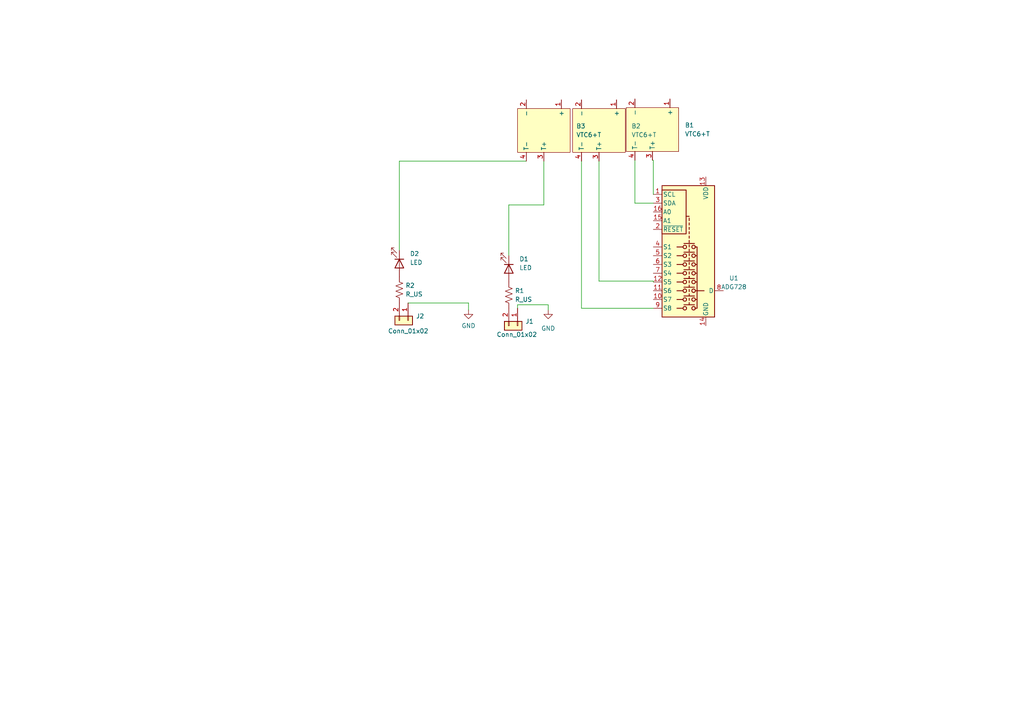
<source format=kicad_sch>
(kicad_sch (version 20230121) (generator eeschema)
  (paper "A4")
  (lib_symbols
    (symbol "AERO:VTC6+T"
      (property "Reference" "B" (at -2.54 0 0))
      (property "Value" "VTC6+T" (at -2.54 2.54 0))
      (symbol "VTC6+T_0_1"
        (rectangle (start -10.16 7.62) (end 5.08 -5.08) (stroke (width 0.1524)) (fill (type background)))
      )
      (symbol "VTC6+T_1_1"
        (pin power_in line (at 2.54 10.16 270) (length 2.54) (name "+") (number "1"))
        (pin power_out line (at -7.62 10.16 270) (length 2.54) (name "-") (number "2"))
        (pin input line (at -2.54 -7.62 90) (length 2.54) (name "T+") (number "3"))
        (pin output line (at -7.62 -7.62 90) (length 2.54) (name "T-") (number "4"))
      )
    )
    (symbol "Analog_Switch:ADG728" (pin_names (offset 0.254))
      (property "Reference" "U" (at -7.62 23.495 0))
      (property "Value" "ADG728" (at -7.62 21.59 0))
      (symbol "ADG728_0_1"
        (rectangle (start -7.62 6.35) (end -0.635 19.05) (stroke (width 0.254)))
        (rectangle (start -7.62 20.32) (end 7.62 -17.78) (stroke (width 0.254)) (fill (type background)))
        (circle (center -1.016 -15.24) (radius 0.508) (stroke (width 0.254)))
        (circle (center -1.016 -12.7) (radius 0.508) (stroke (width 0.254)))
        (circle (center -1.016 -10.16) (radius 0.508) (stroke (width 0.254)))
        (circle (center -1.016 -7.62) (radius 0.508) (stroke (width 0.254)))
        (circle (center -1.016 -5.08) (radius 0.508) (stroke (width 0.254)))
        (circle (center -1.016 -2.54) (radius 0.508) (stroke (width 0.254)))
        (circle (center -1.016 0) (radius 0.508) (stroke (width 0.254)))
        (circle (center -1.016 2.54) (radius 0.508) (stroke (width 0.254)))
        (polyline (pts (xy -1.524 -15.24) (xy -3.302 -15.24)) (stroke (width 0.254)))
        (polyline (pts (xy -1.524 -12.7) (xy -3.302 -12.7)) (stroke (width 0.254)))
        (polyline (pts (xy -1.524 -10.16) (xy -3.302 -10.16)) (stroke (width 0.254)))
        (polyline (pts (xy -1.524 -7.62) (xy -3.302 -7.62)) (stroke (width 0.254)))
        (polyline (pts (xy -1.524 -5.08) (xy -3.302 -5.08)) (stroke (width 0.254)))
        (polyline (pts (xy -1.524 -2.54) (xy -3.302 -2.54)) (stroke (width 0.254)))
        (polyline (pts (xy -1.524 0) (xy -3.302 0)) (stroke (width 0.254)))
        (polyline (pts (xy -1.524 2.54) (xy -3.302 2.54)) (stroke (width 0.254)))
        (polyline (pts (xy -1.27 -14.224) (xy 1.778 -14.224)) (stroke (width 0.254)))
        (polyline (pts (xy -1.27 -11.684) (xy 1.778 -11.684)) (stroke (width 0.254)))
        (polyline (pts (xy -1.27 -9.144) (xy 1.778 -9.144)) (stroke (width 0.254)))
        (polyline (pts (xy -1.27 -6.604) (xy 1.778 -6.604)) (stroke (width 0.254)))
        (polyline (pts (xy -1.27 -4.064) (xy 1.778 -4.064)) (stroke (width 0.254)))
        (polyline (pts (xy -1.27 -1.524) (xy 1.778 -1.524)) (stroke (width 0.254)))
        (polyline (pts (xy -1.27 1.016) (xy 1.778 1.016)) (stroke (width 0.254)))
        (polyline (pts (xy -1.27 3.556) (xy 1.778 3.556)) (stroke (width 0.254)))
        (polyline (pts (xy -0.635 11.43) (xy 0 11.43)) (stroke (width 0.254)))
        (polyline (pts (xy 0.254 -14.224) (xy 0.254 -13.589)) (stroke (width 0.254)))
        (polyline (pts (xy 0.254 -12.954) (xy 0.254 -12.319)) (stroke (width 0.254)))
        (polyline (pts (xy 0.254 -11.684) (xy 0.254 -11.049)) (stroke (width 0.254)))
        (polyline (pts (xy 0.254 -10.414) (xy 0.254 -9.779)) (stroke (width 0.254)))
        (polyline (pts (xy 0.254 -9.144) (xy 0.254 -8.509)) (stroke (width 0.254)))
        (polyline (pts (xy 0.254 -7.874) (xy 0.254 -7.239)) (stroke (width 0.254)))
        (polyline (pts (xy 0.254 -6.604) (xy 0.254 -5.969)) (stroke (width 0.254)))
        (polyline (pts (xy 0.254 -6.604) (xy 0.254 -5.969)) (stroke (width 0.254)))
        (polyline (pts (xy 0.254 -5.334) (xy 0.254 -4.699)) (stroke (width 0.254)))
        (polyline (pts (xy 0.254 -3.81) (xy 0.254 -3.175)) (stroke (width 0.254)))
        (polyline (pts (xy 0.254 -2.54) (xy 0.254 -1.905)) (stroke (width 0.254)))
        (polyline (pts (xy 0.254 -1.27) (xy 0.254 -0.635)) (stroke (width 0.254)))
        (polyline (pts (xy 0.254 0) (xy 0.254 0.635)) (stroke (width 0.254)))
        (polyline (pts (xy 0.254 1.27) (xy 0.254 1.905)) (stroke (width 0.254)))
        (polyline (pts (xy 0.254 2.54) (xy 0.254 3.175)) (stroke (width 0.254)))
        (polyline (pts (xy 0.254 3.81) (xy 0.254 4.445)) (stroke (width 0.254)))
        (polyline (pts (xy 0.254 5.08) (xy 0.254 5.715)) (stroke (width 0.254)))
        (polyline (pts (xy 0.254 6.35) (xy 0.254 6.985)) (stroke (width 0.254)))
        (polyline (pts (xy 0.254 7.62) (xy 0.254 8.255)) (stroke (width 0.254)))
        (polyline (pts (xy 0.254 8.89) (xy 0.254 9.525)) (stroke (width 0.254)))
        (polyline (pts (xy 0.254 10.16) (xy 0.254 10.922)) (stroke (width 0.254)))
        (polyline (pts (xy 0.254 11.43) (xy 0 11.43)) (stroke (width 0.254)))
        (polyline (pts (xy 2.032 -12.7) (xy 2.54 -12.7)) (stroke (width 0.254)))
        (polyline (pts (xy 2.032 -10.16) (xy 2.54 -10.16)) (stroke (width 0.254)))
        (polyline (pts (xy 2.032 -7.62) (xy 2.54 -7.62)) (stroke (width 0.254)))
        (polyline (pts (xy 2.032 -5.08) (xy 2.54 -5.08)) (stroke (width 0.254)))
        (polyline (pts (xy 2.032 -2.54) (xy 2.54 -2.54)) (stroke (width 0.254)))
        (polyline (pts (xy 2.032 0) (xy 2.54 0)) (stroke (width 0.254)))
        (polyline (pts (xy 4.572 -10.16) (xy 2.54 -10.16)) (stroke (width 0.254)))
        (polyline (pts (xy 1.905 2.54) (xy 2.54 2.54) (xy 2.54 -15.24) (xy 1.905 -15.24)) (stroke (width 0.254)))
        (circle (center 1.524 -15.24) (radius 0.508) (stroke (width 0.254)))
        (circle (center 1.524 -12.7) (radius 0.508) (stroke (width 0.254)))
        (circle (center 1.524 -10.16) (radius 0.508) (stroke (width 0.254)))
        (circle (center 1.524 -7.62) (radius 0.508) (stroke (width 0.254)))
        (circle (center 1.524 -5.08) (radius 0.508) (stroke (width 0.254)))
        (circle (center 1.524 -2.54) (radius 0.508) (stroke (width 0.254)))
        (circle (center 1.524 0) (radius 0.508) (stroke (width 0.254)))
        (circle (center 1.524 2.54) (radius 0.508) (stroke (width 0.254)))
      )
      (symbol "ADG728_1_1"
        (pin input line (at -10.16 17.78 0) (length 2.54) (name "SCL") (number "1"))
        (pin bidirectional line (at -10.16 -12.7 0) (length 2.54) (name "S7") (number "10"))
        (pin bidirectional line (at -10.16 -10.16 0) (length 2.54) (name "S6") (number "11"))
        (pin bidirectional line (at -10.16 -7.62 0) (length 2.54) (name "S5") (number "12"))
        (pin power_in line (at 5.08 22.86 270) (length 2.54) (name "VDD") (number "13"))
        (pin power_in line (at 5.08 -20.32 90) (length 2.54) (name "GND") (number "14"))
        (pin input line (at -10.16 10.16 0) (length 2.54) (name "A1") (number "15"))
        (pin input line (at -10.16 12.7 0) (length 2.54) (name "A0") (number "16"))
        (pin input line (at -10.16 7.62 0) (length 2.54) (name "~{RESET}") (number "2"))
        (pin bidirectional line (at -10.16 15.24 0) (length 2.54) (name "SDA") (number "3"))
        (pin bidirectional line (at -10.16 2.54 0) (length 2.54) (name "S1") (number "4"))
        (pin bidirectional line (at -10.16 0 0) (length 2.54) (name "S2") (number "5"))
        (pin bidirectional line (at -10.16 -2.54 0) (length 2.54) (name "S3") (number "6"))
        (pin bidirectional line (at -10.16 -5.08 0) (length 2.54) (name "S4") (number "7"))
        (pin bidirectional line (at 10.16 -10.16 180) (length 2.54) (name "D") (number "8"))
        (pin bidirectional line (at -10.16 -15.24 0) (length 2.54) (name "S8") (number "9"))
      )
    )
    (symbol "Connector_Generic:Conn_01x02" (pin_names (offset 1.016) hide)
      (property "Reference" "J" (at 0 2.54 0))
      (property "Value" "Conn_01x02" (at 0 -5.08 0))
      (symbol "Conn_01x02_1_1"
        (rectangle (start -1.27 -2.413) (end 0 -2.667) (stroke (width 0.1524)))
        (rectangle (start -1.27 0.127) (end 0 -0.127) (stroke (width 0.1524)))
        (rectangle (start -1.27 1.27) (end 1.27 -3.81) (stroke (width 0.254)) (fill (type background)))
        (pin passive line (at -5.08 0 0) (length 3.81) (name "Pin_1") (number "1"))
        (pin passive line (at -5.08 -2.54 0) (length 3.81) (name "Pin_2") (number "2"))
      )
    )
    (symbol "Device:LED" (pin_numbers hide) (pin_names (offset 1.016) hide)
      (property "Reference" "D" (at 0 2.54 0))
      (property "Value" "LED" (at 0 -2.54 0))
      (symbol "LED_0_1"
        (polyline (pts (xy -1.27 -1.27) (xy -1.27 1.27)) (stroke (width 0.254)))
        (polyline (pts (xy -1.27 0) (xy 1.27 0)))
        (polyline (pts (xy 1.27 -1.27) (xy 1.27 1.27) (xy -1.27 0) (xy 1.27 -1.27)) (stroke (width 0.254)))
        (polyline (pts (xy -3.048 -0.762) (xy -4.572 -2.286) (xy -3.81 -2.286) (xy -4.572 -2.286) (xy -4.572 -1.524)))
        (polyline (pts (xy -1.778 -0.762) (xy -3.302 -2.286) (xy -2.54 -2.286) (xy -3.302 -2.286) (xy -3.302 -1.524)))
      )
      (symbol "LED_1_1"
        (pin passive line (at -3.81 0 0) (length 2.54) (name "K") (number "1"))
        (pin passive line (at 3.81 0 180) (length 2.54) (name "A") (number "2"))
      )
    )
    (symbol "Device:R_US" (pin_numbers hide) (pin_names (offset 0))
      (property "Reference" "R" (at 2.54 0 90))
      (property "Value" "R_US" (at -2.54 0 90))
      (symbol "R_US_0_1"
        (polyline (pts (xy 0 -2.286) (xy 0 -2.54)))
        (polyline (pts (xy 0 2.286) (xy 0 2.54)))
        (polyline (pts (xy 0 -0.762) (xy 1.016 -1.143) (xy 0 -1.524) (xy -1.016 -1.905) (xy 0 -2.286)))
        (polyline (pts (xy 0 0.762) (xy 1.016 0.381) (xy 0 0) (xy -1.016 -0.381) (xy 0 -0.762)))
        (polyline (pts (xy 0 2.286) (xy 1.016 1.905) (xy 0 1.524) (xy -1.016 1.143) (xy 0 0.762)))
      )
      (symbol "R_US_1_1"
        (pin passive line (at 0 3.81 270) (length 1.27) (name "~") (number "1"))
        (pin passive line (at 0 -3.81 90) (length 1.27) (name "~") (number "2"))
      )
    )
    (symbol "power:GND" (power) (pin_names (offset 0))
      (property "Value" "GND" (at 0 -3.81 0))
      (symbol "GND_0_1"
        (polyline (pts (xy 0 0) (xy 0 -1.27) (xy 1.27 -1.27) (xy 0 -2.54) (xy -1.27 -1.27) (xy 0 -1.27)))
      )
      (symbol "GND_1_1"
        (pin power_in line (at 0 0 270) (length 0) hide (name "GND") (number "1"))
      )
    )
  )
  (wire (pts (xy 147.574 59.436) (xy 157.734 59.436)))
  (wire (pts (xy 173.736 46.736) (xy 173.736 81.534)))
  (wire (pts (xy 184.15 46.482) (xy 184.15 58.928)))
  (wire (pts (xy 118.364 87.884) (xy 135.89 87.884)))
  (wire (pts (xy 159.004 88.392) (xy 150.114 88.392)))
  (wire (pts (xy 189.484 56.388) (xy 189.484 46.482)))
  (wire (pts (xy 135.89 87.884) (xy 135.89 89.916)))
  (wire (pts (xy 173.736 81.534) (xy 189.484 81.534)))
  (wire (pts (xy 157.734 59.436) (xy 157.734 46.736)))
  (wire (pts (xy 189.484 46.482) (xy 189.23 46.482)))
  (wire (pts (xy 168.656 89.408) (xy 189.484 89.408)))
  (wire (pts (xy 115.824 72.644) (xy 115.824 46.736)))
  (wire (pts (xy 150.114 88.392) (xy 150.114 89.408)))
  (wire (pts (xy 159.004 89.916) (xy 159.004 88.392)))
  (wire (pts (xy 115.824 46.736) (xy 152.654 46.736)))
  (wire (pts (xy 184.15 58.928) (xy 189.484 58.928)))
  (wire (pts (xy 168.656 46.736) (xy 168.656 89.408)))
  (wire (pts (xy 147.574 74.168) (xy 147.574 59.436)))
  (wire (pts (xy 189.484 81.534) (xy 189.484 81.788)))
  (symbol (lib_id "Device:R_US") (at 147.574 85.598 0) (unit 1)
    (property "Reference" "R1" (at 149.352 84.328 0) (effects (justify left)))
    (property "Value" "R_US" (at 149.352 86.868 0) (effects (justify left)))
    (property "Footprint" "Resistor_SMD:R_0603_1608Metric_Pad0.98x0.95mm_HandSolder" (effects hide))
  )
  (symbol (lib_id "power:GND") (at 135.89 89.916 0) (unit 1)
    (property "Reference" "#PWR01" (effects hide))
    (property "Value" "GND" (at 135.89 94.488 0))
  )
  (symbol (lib_id "Analog_Switch:ADG728") (at 199.644 74.168 0) (unit 1)
    (property "Reference" "U1" (at 212.852 80.6801 0))
    (property "Value" "ADG728" (at 212.852 83.2201 0))
    (property "Footprint" "Package_SO:TSSOP-16_4.4x5mm_P0.65mm" (effects hide))
    (property "Datasheet" "https://www.analog.com/media/en/technical-documentation/data-sheets/ADG728_729.pdf" (effects hide))
  )
  (symbol (lib_id "Device:R_US") (at 115.824 84.074 0) (unit 1)
    (property "Reference" "R2" (at 117.602 82.804 0) (effects (justify left)))
    (property "Value" "R_US" (at 117.602 85.344 0) (effects (justify left)))
    (property "Footprint" "Resistor_SMD:R_0603_1608Metric_Pad0.98x0.95mm_HandSolder" (effects hide))
  )
  (symbol (lib_id "Connector_Generic:Conn_01x02") (at 150.114 94.488 270) (unit 1)
    (property "Reference" "J1" (at 152.4 93.218 90) (effects (justify left)))
    (property "Value" "Conn_01x02" (at 144.018 97.028 90) (effects (justify left)))
    (property "Footprint" "Connector_JST:JST_XH_B2B-XH-AM_1x02_P2.50mm_Vertical" (effects hide))
  )
  (symbol (lib_id "Connector_Generic:Conn_01x02") (at 118.364 92.964 270) (unit 1)
    (property "Reference" "J2" (at 120.65 91.694 90) (effects (justify left)))
    (property "Value" "Conn_01x02" (at 112.522 96.012 90) (effects (justify left)))
    (property "Footprint" "Connector_JST:JST_XH_S2B-XH-A-1_1x02_P2.50mm_Horizontal" (effects hide))
  )
  (symbol (lib_id "Device:LED") (at 147.574 77.978 270) (unit 1)
    (property "Reference" "D1" (at 150.622 75.1205 90) (effects (justify left)))
    (property "Value" "LED" (at 150.622 77.6605 90) (effects (justify left)))
    (property "Footprint" "LED_SMD:LED_0603_1608Metric_Pad1.05x0.95mm_HandSolder" (effects hide))
  )
  (symbol (lib_id "power:GND") (at 159.004 89.916 0) (unit 1)
    (property "Reference" "#PWR02" (effects hide))
    (property "Value" "GND" (at 159.004 95.25 0))
  )
  (symbol (lib_id "Device:LED") (at 115.824 76.454 270) (unit 1)
    (property "Reference" "D2" (at 118.872 73.5965 90) (effects (justify left)))
    (property "Value" "LED" (at 118.872 76.1365 90) (effects (justify left)))
    (property "Footprint" "LED_SMD:LED_0603_1608Metric_Pad1.05x0.95mm_HandSolder" (effects hide))
  )
  (symbol (lib_id "AERO:VTC6+T") (at 176.276 39.116 0) (unit 1)
    (property "Reference" "B2" (at 183.134 36.576 0) (effects (justify left)))
    (property "Value" "VTC6+T" (at 183.134 39.116 0) (effects (justify left)))
    (property "Footprint" "AERO_Footprints:VTC-6" (effects hide))
  )
  (symbol (lib_id "AERO:VTC6+T") (at 191.77 38.862 0) (unit 1)
    (property "Reference" "B1" (at 198.628 36.322 0) (effects (justify left)))
    (property "Value" "VTC6+T" (at 198.628 38.862 0) (effects (justify left)))
    (property "Footprint" "AERO_Footprints:VTC-6" (effects hide))
  )
  (symbol (lib_id "AERO:VTC6+T") (at 160.274 39.116 0) (unit 1)
    (property "Reference" "B3" (at 167.132 36.576 0) (effects (justify left)))
    (property "Value" "VTC6+T" (at 167.132 39.116 0) (effects (justify left)))
    (property "Footprint" "AERO_Footprints:VTC-6" (effects hide))
  )
)
</source>
